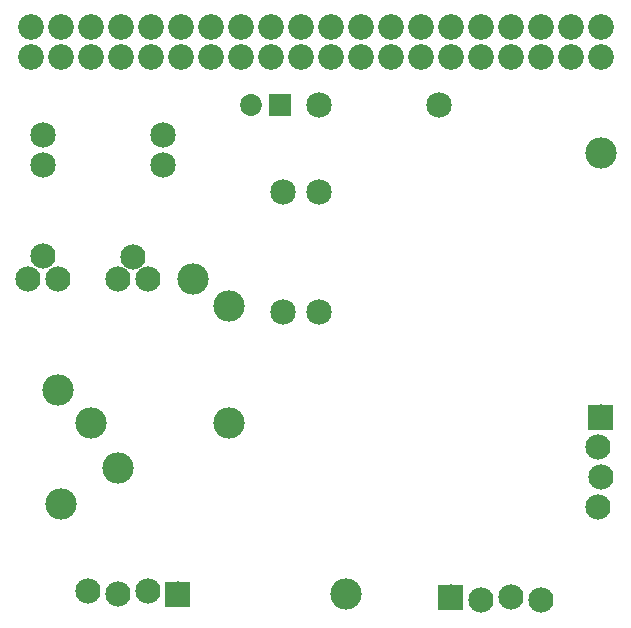
<source format=gbs>
G04 MADE WITH FRITZING*
G04 WWW.FRITZING.ORG*
G04 DOUBLE SIDED*
G04 HOLES PLATED*
G04 CONTOUR ON CENTER OF CONTOUR VECTOR*
%ASAXBY*%
%FSLAX23Y23*%
%MOIN*%
%OFA0B0*%
%SFA1.0B1.0*%
%ADD10C,0.104488*%
%ADD11C,0.085361*%
%ADD12C,0.072992*%
%ADD13C,0.085000*%
%ADD14C,0.084000*%
%ADD15R,0.072992X0.072992*%
%ADD16R,0.001000X0.001000*%
%LNMASK0*%
G90*
G70*
G54D10*
X2000Y1725D03*
X300Y825D03*
X640Y1305D03*
X190Y935D03*
X760Y825D03*
X760Y1215D03*
X390Y675D03*
X1150Y255D03*
X200Y555D03*
G54D11*
X100Y2045D03*
X200Y2045D03*
X300Y2045D03*
X400Y2045D03*
X500Y2045D03*
X600Y2045D03*
X700Y2045D03*
X800Y2045D03*
X900Y2045D03*
X1000Y2045D03*
X1100Y2045D03*
X1200Y2045D03*
X1300Y2045D03*
X1400Y2045D03*
X1500Y2045D03*
X1600Y2045D03*
X1700Y2045D03*
X1800Y2045D03*
X1900Y2045D03*
X2000Y2045D03*
X2000Y2145D03*
X1900Y2145D03*
X1800Y2145D03*
X1700Y2145D03*
X1600Y2145D03*
X1500Y2145D03*
X1400Y2145D03*
X1300Y2145D03*
X1200Y2145D03*
X1100Y2145D03*
X1000Y2145D03*
X900Y2145D03*
X800Y2145D03*
X700Y2145D03*
X600Y2145D03*
X500Y2145D03*
X400Y2145D03*
X300Y2145D03*
X200Y2145D03*
X100Y2145D03*
G54D12*
X930Y1885D03*
X832Y1885D03*
G54D13*
X1060Y1595D03*
X1060Y1195D03*
X940Y1595D03*
X940Y1195D03*
X140Y1685D03*
X540Y1685D03*
X140Y1785D03*
X540Y1785D03*
X1060Y1885D03*
X1460Y1885D03*
G54D14*
X2000Y845D03*
X1990Y745D03*
X2000Y645D03*
X1990Y545D03*
X590Y255D03*
X490Y265D03*
X390Y255D03*
X290Y265D03*
X1500Y245D03*
X1600Y235D03*
X1700Y245D03*
X1800Y235D03*
X390Y1305D03*
X440Y1380D03*
X490Y1305D03*
X89Y1307D03*
X139Y1382D03*
X189Y1307D03*
G54D15*
X930Y1885D03*
G54D16*
X1958Y887D02*
X2041Y887D01*
X1958Y886D02*
X2041Y886D01*
X1958Y885D02*
X2041Y885D01*
X1958Y884D02*
X2041Y884D01*
X1958Y883D02*
X2041Y883D01*
X1958Y882D02*
X2041Y882D01*
X1958Y881D02*
X2041Y881D01*
X1958Y880D02*
X2041Y880D01*
X1958Y879D02*
X2041Y879D01*
X1958Y878D02*
X2041Y878D01*
X1958Y877D02*
X2041Y877D01*
X1958Y876D02*
X2041Y876D01*
X1958Y875D02*
X2041Y875D01*
X1958Y874D02*
X2041Y874D01*
X1958Y873D02*
X2041Y873D01*
X1958Y872D02*
X2041Y872D01*
X1958Y871D02*
X2041Y871D01*
X1958Y870D02*
X2041Y870D01*
X1958Y869D02*
X2041Y869D01*
X1958Y868D02*
X2041Y868D01*
X1958Y867D02*
X2041Y867D01*
X1958Y866D02*
X2041Y866D01*
X1958Y865D02*
X2041Y865D01*
X1958Y864D02*
X2041Y864D01*
X1958Y863D02*
X2041Y863D01*
X1958Y862D02*
X2041Y862D01*
X1958Y861D02*
X2041Y861D01*
X1958Y860D02*
X1995Y860D01*
X2004Y860D02*
X2041Y860D01*
X1958Y859D02*
X1992Y859D01*
X2007Y859D02*
X2041Y859D01*
X1958Y858D02*
X1990Y858D01*
X2008Y858D02*
X2041Y858D01*
X1958Y857D02*
X1989Y857D01*
X2010Y857D02*
X2041Y857D01*
X1958Y856D02*
X1988Y856D01*
X2011Y856D02*
X2041Y856D01*
X1958Y855D02*
X1987Y855D01*
X2012Y855D02*
X2041Y855D01*
X1958Y854D02*
X1986Y854D01*
X2012Y854D02*
X2041Y854D01*
X1958Y853D02*
X1986Y853D01*
X2013Y853D02*
X2041Y853D01*
X1958Y852D02*
X1985Y852D01*
X2014Y852D02*
X2041Y852D01*
X1958Y851D02*
X1985Y851D01*
X2014Y851D02*
X2041Y851D01*
X1958Y850D02*
X1985Y850D01*
X2014Y850D02*
X2041Y850D01*
X1958Y849D02*
X1984Y849D01*
X2015Y849D02*
X2041Y849D01*
X1958Y848D02*
X1984Y848D01*
X2015Y848D02*
X2041Y848D01*
X1958Y847D02*
X1984Y847D01*
X2015Y847D02*
X2041Y847D01*
X1958Y846D02*
X1984Y846D01*
X2015Y846D02*
X2041Y846D01*
X1958Y845D02*
X1984Y845D01*
X2015Y845D02*
X2041Y845D01*
X1958Y844D02*
X1984Y844D01*
X2015Y844D02*
X2041Y844D01*
X1958Y843D02*
X1984Y843D01*
X2015Y843D02*
X2041Y843D01*
X1958Y842D02*
X1984Y842D01*
X2014Y842D02*
X2041Y842D01*
X1958Y841D02*
X1985Y841D01*
X2014Y841D02*
X2041Y841D01*
X1958Y840D02*
X1985Y840D01*
X2014Y840D02*
X2041Y840D01*
X1958Y839D02*
X1985Y839D01*
X2013Y839D02*
X2041Y839D01*
X1958Y838D02*
X1986Y838D01*
X2013Y838D02*
X2041Y838D01*
X1958Y837D02*
X1987Y837D01*
X2012Y837D02*
X2041Y837D01*
X1958Y836D02*
X1987Y836D01*
X2011Y836D02*
X2041Y836D01*
X1958Y835D02*
X1988Y835D01*
X2010Y835D02*
X2041Y835D01*
X1958Y834D02*
X1989Y834D01*
X2009Y834D02*
X2041Y834D01*
X1958Y833D02*
X1991Y833D01*
X2008Y833D02*
X2041Y833D01*
X1958Y832D02*
X1993Y832D01*
X2006Y832D02*
X2041Y832D01*
X1958Y831D02*
X1995Y831D01*
X2003Y831D02*
X2041Y831D01*
X1958Y830D02*
X2041Y830D01*
X1958Y829D02*
X2041Y829D01*
X1958Y828D02*
X2041Y828D01*
X1958Y827D02*
X2041Y827D01*
X1958Y826D02*
X2041Y826D01*
X1958Y825D02*
X2041Y825D01*
X1958Y824D02*
X2041Y824D01*
X1958Y823D02*
X2041Y823D01*
X1958Y822D02*
X2041Y822D01*
X1958Y821D02*
X2041Y821D01*
X1958Y820D02*
X2041Y820D01*
X1958Y819D02*
X2041Y819D01*
X1958Y818D02*
X2041Y818D01*
X1958Y817D02*
X2041Y817D01*
X1958Y816D02*
X2041Y816D01*
X1958Y815D02*
X2041Y815D01*
X1958Y814D02*
X2041Y814D01*
X1958Y813D02*
X2041Y813D01*
X1958Y812D02*
X2041Y812D01*
X1958Y811D02*
X2041Y811D01*
X1958Y810D02*
X2041Y810D01*
X1958Y809D02*
X2041Y809D01*
X1958Y808D02*
X2041Y808D01*
X1958Y807D02*
X2041Y807D01*
X1958Y806D02*
X2041Y806D01*
X1958Y805D02*
X2041Y805D01*
X1958Y804D02*
X2041Y804D01*
X548Y297D02*
X631Y297D01*
X548Y296D02*
X631Y296D01*
X548Y295D02*
X631Y295D01*
X548Y294D02*
X631Y294D01*
X548Y293D02*
X631Y293D01*
X548Y292D02*
X631Y292D01*
X548Y291D02*
X631Y291D01*
X548Y290D02*
X631Y290D01*
X548Y289D02*
X631Y289D01*
X548Y288D02*
X631Y288D01*
X548Y287D02*
X631Y287D01*
X1458Y287D02*
X1541Y287D01*
X548Y286D02*
X631Y286D01*
X1458Y286D02*
X1541Y286D01*
X548Y285D02*
X631Y285D01*
X1458Y285D02*
X1541Y285D01*
X548Y284D02*
X631Y284D01*
X1458Y284D02*
X1541Y284D01*
X548Y283D02*
X631Y283D01*
X1458Y283D02*
X1541Y283D01*
X548Y282D02*
X631Y282D01*
X1458Y282D02*
X1541Y282D01*
X548Y281D02*
X631Y281D01*
X1458Y281D02*
X1541Y281D01*
X548Y280D02*
X631Y280D01*
X1458Y280D02*
X1541Y280D01*
X548Y279D02*
X631Y279D01*
X1458Y279D02*
X1541Y279D01*
X548Y278D02*
X631Y278D01*
X1458Y278D02*
X1541Y278D01*
X548Y277D02*
X631Y277D01*
X1458Y277D02*
X1541Y277D01*
X548Y276D02*
X631Y276D01*
X1458Y276D02*
X1541Y276D01*
X548Y275D02*
X631Y275D01*
X1458Y275D02*
X1541Y275D01*
X548Y274D02*
X631Y274D01*
X1458Y274D02*
X1541Y274D01*
X548Y273D02*
X631Y273D01*
X1458Y273D02*
X1541Y273D01*
X548Y272D02*
X631Y272D01*
X1458Y272D02*
X1541Y272D01*
X548Y271D02*
X631Y271D01*
X1458Y271D02*
X1541Y271D01*
X548Y270D02*
X585Y270D01*
X594Y270D02*
X631Y270D01*
X1458Y270D02*
X1541Y270D01*
X548Y269D02*
X582Y269D01*
X597Y269D02*
X631Y269D01*
X1458Y269D02*
X1541Y269D01*
X548Y268D02*
X581Y268D01*
X599Y268D02*
X631Y268D01*
X1458Y268D02*
X1541Y268D01*
X548Y267D02*
X579Y267D01*
X600Y267D02*
X631Y267D01*
X1458Y267D02*
X1541Y267D01*
X548Y266D02*
X578Y266D01*
X601Y266D02*
X631Y266D01*
X1458Y266D02*
X1541Y266D01*
X548Y265D02*
X577Y265D01*
X602Y265D02*
X631Y265D01*
X1458Y265D02*
X1541Y265D01*
X548Y264D02*
X577Y264D01*
X603Y264D02*
X631Y264D01*
X1458Y264D02*
X1541Y264D01*
X548Y263D02*
X576Y263D01*
X603Y263D02*
X631Y263D01*
X1458Y263D02*
X1541Y263D01*
X548Y262D02*
X575Y262D01*
X604Y262D02*
X631Y262D01*
X1458Y262D02*
X1541Y262D01*
X548Y261D02*
X575Y261D01*
X604Y261D02*
X631Y261D01*
X1458Y261D02*
X1541Y261D01*
X548Y260D02*
X575Y260D01*
X604Y260D02*
X631Y260D01*
X1458Y260D02*
X1495Y260D01*
X1505Y260D02*
X1541Y260D01*
X548Y259D02*
X574Y259D01*
X605Y259D02*
X631Y259D01*
X1458Y259D02*
X1492Y259D01*
X1507Y259D02*
X1541Y259D01*
X548Y258D02*
X574Y258D01*
X605Y258D02*
X631Y258D01*
X1458Y258D02*
X1491Y258D01*
X1509Y258D02*
X1541Y258D01*
X548Y257D02*
X574Y257D01*
X605Y257D02*
X631Y257D01*
X1458Y257D02*
X1489Y257D01*
X1510Y257D02*
X1541Y257D01*
X548Y256D02*
X574Y256D01*
X605Y256D02*
X631Y256D01*
X1458Y256D02*
X1488Y256D01*
X1511Y256D02*
X1541Y256D01*
X548Y255D02*
X574Y255D01*
X605Y255D02*
X631Y255D01*
X1458Y255D02*
X1488Y255D01*
X1512Y255D02*
X1541Y255D01*
X548Y254D02*
X574Y254D01*
X605Y254D02*
X631Y254D01*
X1458Y254D02*
X1487Y254D01*
X1513Y254D02*
X1541Y254D01*
X548Y253D02*
X574Y253D01*
X605Y253D02*
X631Y253D01*
X1458Y253D02*
X1486Y253D01*
X1513Y253D02*
X1541Y253D01*
X548Y252D02*
X575Y252D01*
X605Y252D02*
X631Y252D01*
X1458Y252D02*
X1486Y252D01*
X1514Y252D02*
X1541Y252D01*
X548Y251D02*
X575Y251D01*
X604Y251D02*
X631Y251D01*
X1458Y251D02*
X1485Y251D01*
X1514Y251D02*
X1541Y251D01*
X548Y250D02*
X575Y250D01*
X604Y250D02*
X631Y250D01*
X1458Y250D02*
X1485Y250D01*
X1515Y250D02*
X1541Y250D01*
X548Y249D02*
X576Y249D01*
X604Y249D02*
X631Y249D01*
X1458Y249D02*
X1485Y249D01*
X1515Y249D02*
X1541Y249D01*
X548Y248D02*
X576Y248D01*
X603Y248D02*
X631Y248D01*
X1458Y248D02*
X1484Y248D01*
X1515Y248D02*
X1541Y248D01*
X548Y247D02*
X577Y247D01*
X602Y247D02*
X631Y247D01*
X1458Y247D02*
X1484Y247D01*
X1515Y247D02*
X1541Y247D01*
X548Y246D02*
X578Y246D01*
X602Y246D02*
X631Y246D01*
X1458Y246D02*
X1484Y246D01*
X1515Y246D02*
X1541Y246D01*
X548Y245D02*
X579Y245D01*
X601Y245D02*
X631Y245D01*
X1458Y245D02*
X1484Y245D01*
X1515Y245D02*
X1541Y245D01*
X548Y244D02*
X580Y244D01*
X599Y244D02*
X631Y244D01*
X1458Y244D02*
X1484Y244D01*
X1515Y244D02*
X1541Y244D01*
X548Y243D02*
X581Y243D01*
X598Y243D02*
X631Y243D01*
X1458Y243D02*
X1484Y243D01*
X1515Y243D02*
X1541Y243D01*
X548Y242D02*
X583Y242D01*
X596Y242D02*
X631Y242D01*
X1458Y242D02*
X1485Y242D01*
X1515Y242D02*
X1541Y242D01*
X548Y241D02*
X586Y241D01*
X593Y241D02*
X631Y241D01*
X1458Y241D02*
X1485Y241D01*
X1514Y241D02*
X1541Y241D01*
X548Y240D02*
X631Y240D01*
X1458Y240D02*
X1485Y240D01*
X1514Y240D02*
X1541Y240D01*
X548Y239D02*
X631Y239D01*
X1458Y239D02*
X1486Y239D01*
X1514Y239D02*
X1541Y239D01*
X548Y238D02*
X631Y238D01*
X1458Y238D02*
X1486Y238D01*
X1513Y238D02*
X1541Y238D01*
X548Y237D02*
X631Y237D01*
X1458Y237D02*
X1487Y237D01*
X1512Y237D02*
X1541Y237D01*
X548Y236D02*
X631Y236D01*
X1458Y236D02*
X1488Y236D01*
X1512Y236D02*
X1541Y236D01*
X548Y235D02*
X631Y235D01*
X1458Y235D02*
X1489Y235D01*
X1511Y235D02*
X1541Y235D01*
X548Y234D02*
X631Y234D01*
X1458Y234D02*
X1490Y234D01*
X1510Y234D02*
X1541Y234D01*
X548Y233D02*
X631Y233D01*
X1458Y233D02*
X1491Y233D01*
X1508Y233D02*
X1541Y233D01*
X548Y232D02*
X631Y232D01*
X1458Y232D02*
X1493Y232D01*
X1506Y232D02*
X1541Y232D01*
X548Y231D02*
X631Y231D01*
X1458Y231D02*
X1496Y231D01*
X1504Y231D02*
X1541Y231D01*
X548Y230D02*
X631Y230D01*
X1458Y230D02*
X1541Y230D01*
X548Y229D02*
X631Y229D01*
X1458Y229D02*
X1541Y229D01*
X548Y228D02*
X631Y228D01*
X1458Y228D02*
X1541Y228D01*
X548Y227D02*
X631Y227D01*
X1458Y227D02*
X1541Y227D01*
X548Y226D02*
X631Y226D01*
X1458Y226D02*
X1541Y226D01*
X548Y225D02*
X631Y225D01*
X1458Y225D02*
X1541Y225D01*
X548Y224D02*
X631Y224D01*
X1458Y224D02*
X1541Y224D01*
X548Y223D02*
X631Y223D01*
X1458Y223D02*
X1541Y223D01*
X548Y222D02*
X631Y222D01*
X1458Y222D02*
X1541Y222D01*
X548Y221D02*
X631Y221D01*
X1458Y221D02*
X1541Y221D01*
X548Y220D02*
X631Y220D01*
X1458Y220D02*
X1541Y220D01*
X548Y219D02*
X631Y219D01*
X1458Y219D02*
X1541Y219D01*
X548Y218D02*
X631Y218D01*
X1458Y218D02*
X1541Y218D01*
X548Y217D02*
X631Y217D01*
X1458Y217D02*
X1541Y217D01*
X548Y216D02*
X631Y216D01*
X1458Y216D02*
X1541Y216D01*
X548Y215D02*
X631Y215D01*
X1458Y215D02*
X1541Y215D01*
X548Y214D02*
X631Y214D01*
X1458Y214D02*
X1541Y214D01*
X1458Y213D02*
X1541Y213D01*
X1458Y212D02*
X1541Y212D01*
X1458Y211D02*
X1541Y211D01*
X1458Y210D02*
X1541Y210D01*
X1458Y209D02*
X1541Y209D01*
X1458Y208D02*
X1541Y208D01*
X1458Y207D02*
X1541Y207D01*
X1458Y206D02*
X1541Y206D01*
X1458Y205D02*
X1541Y205D01*
X1458Y204D02*
X1541Y204D01*
D02*
G04 End of Mask0*
M02*
</source>
